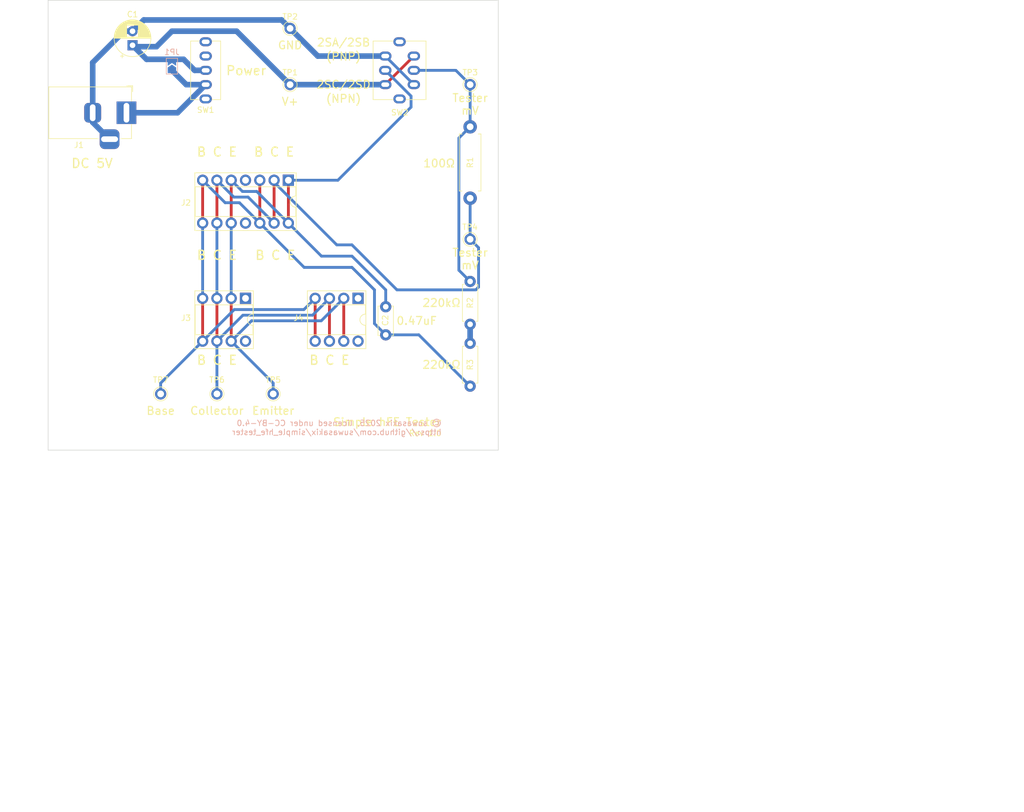
<source format=kicad_pcb>
(kicad_pcb (version 20241229) (generator "pcbnew") (generator_version "9.0")
  (layers (0 "F.Cu" signal) (2 "B.Cu" signal) (13 "F.Paste" user) (15 "B.Paste" user) (5 "F.SilkS" user "F.Silkscreen") (7 "B.SilkS" user "B.Silkscreen") (1 "F.Mask" user) (3 "B.Mask" user) (25 "Edge.Cuts" user))
  (net 0 "")
  (net 1 "Net-(JP1-B)")
  (net 2 "GND")
  (net 3 "Net-(J2-Pin_1)")
  (net 4 "Net-(R1-Pad1)")
  (net 5 "Net-(J2-Pin_13)")
  (net 10 "Net-(JP1-A)")
  (net 11 "Net-(R2-Pad2)")
  (net 12 "Net-(J2-Pin_12)")
  (footprint "Victwale:CP_Radial_D6.3mm_P2.50mm" (layer "F.Cu") (at 115 58 90)
    (property "Reference" "C1" (at 5.5 0 0) (layer "F.SilkS"))
    (property "Value" "25V 100uF")
    (fp_line (start 1.33 -3.23) (end 1.33 3.23) (stroke (width 0.12)) (layer "F.SilkS"))
    (fp_line (start 1.29 -3.23) (end 1.29 3.23) (stroke (width 0.12)) (layer "F.SilkS"))
    (fp_line (start 1.25 -3.23) (end 1.25 3.23) (stroke (width 0.12)) (layer "F.SilkS"))
    (fp_line (start 1.37 -3.228) (end 1.37 3.228) (stroke (width 0.12)) (layer "F.SilkS"))
    (fp_line (start 1.41 -3.227) (end 1.41 3.227) (stroke (width 0.12)) (layer "F.SilkS"))
    (fp_line (start 1.45 -3.224) (end 1.45 3.224) (stroke (width 0.12)) (layer "F.SilkS"))
    (fp_line (start 1.49 -3.222) (end 1.49 -1.04) (stroke (width 0.12)) (layer "F.SilkS"))
    (fp_line (start 1.53 -3.218) (end 1.53 -1.04) (stroke (width 0.12)) (layer "F.SilkS"))
    (fp_line (start 1.57 -3.215) (end 1.57 -1.04) (stroke (width 0.12)) (layer "F.SilkS"))
    (fp_line (start 1.61 -3.211) (end 1.61 -1.04) (stroke (width 0.12)) (layer "F.SilkS"))
    (fp_line (start 1.65 -3.206) (end 1.65 -1.04) (stroke (width 0.12)) (layer "F.SilkS"))
    (fp_line (start 1.69 -3.201) (end 1.69 -1.04) (stroke (width 0.12)) (layer "F.SilkS"))
    (fp_line (start 1.73 -3.195) (end 1.73 -1.04) (stroke (width 0.12)) (layer "F.SilkS"))
    (fp_line (start 1.77 -3.189) (end 1.77 -1.04) (stroke (width 0.12)) (layer "F.SilkS"))
    (fp_line (start 1.81 -3.182) (end 1.81 -1.04) (stroke (width 0.12)) (layer "F.SilkS"))
    (fp_line (start 1.85 -3.175) (end 1.85 -1.04) (stroke (width 0.12)) (layer "F.SilkS"))
    (fp_line (start 1.89 -3.167) (end 1.89 -1.04) (stroke (width 0.12)) (layer "F.SilkS"))
    (fp_line (start 1.93 -3.159) (end 1.93 -1.04) (stroke (width 0.12)) (layer "F.SilkS"))
    (fp_line (start 1.971 -3.15) (end 1.971 -1.04) (stroke (width 0.12)) (layer "F.SilkS"))
    (fp_line (start 2.011 -3.141) (end 2.011 -1.04) (stroke (width 0.12)) (layer "F.SilkS"))
    (fp_line (start 2.051 -3.131) (end 2.051 -1.04) (stroke (width 0.12)) (layer "F.SilkS"))
    (fp_line (start 2.091 -3.121) (end 2.091 -1.04) (stroke (width 0.12)) (layer "F.SilkS"))
    (fp_line (start 2.131 -3.11) (end 2.131 -1.04) (stroke (width 0.12)) (layer "F.SilkS"))
    (fp_line (start 2.171 -3.098) (end 2.171 -1.04) (stroke (width 0.12)) (layer "F.SilkS"))
    (fp_line (start 2.211 -3.086) (end 2.211 -1.04) (stroke (width 0.12)) (layer "F.SilkS"))
    (fp_line (start 2.251 -3.074) (end 2.251 -1.04) (stroke (width 0.12)) (layer "F.SilkS"))
    (fp_line (start 2.291 -3.061) (end 2.291 -1.04) (stroke (width 0.12)) (layer "F.SilkS"))
    (fp_line (start 2.331 -3.047) (end 2.331 -1.04) (stroke (width 0.12)) (layer "F.SilkS"))
    (fp_line (start 2.371 -3.033) (end 2.371 -1.04) (stroke (width 0.12)) (layer "F.SilkS"))
    (fp_line (start 2.411 -3.018) (end 2.411 -1.04) (stroke (width 0.12)) (layer "F.SilkS"))
    (fp_line (start 2.451 -3.002) (end 2.451 -1.04) (stroke (width 0.12)) (layer "F.SilkS"))
    (fp_line (start 2.491 -2.986) (end 2.491 -1.04) (stroke (width 0.12)) (layer "F.SilkS"))
    (fp_line (start 2.531 -2.97) (end 2.531 -1.04) (stroke (width 0.12)) (layer "F.SilkS"))
    (fp_line (start 2.571 -2.952) (end 2.571 -1.04) (stroke (width 0.12)) (layer "F.SilkS"))
    (fp_line (start 2.611 -2.934) (end 2.611 -1.04) (stroke (width 0.12)) (layer "F.SilkS"))
    (fp_line (start 2.651 -2.916) (end 2.651 -1.04) (stroke (width 0.12)) (layer "F.SilkS"))
    (fp_line (start 2.691 -2.896) (end 2.691 -1.04) (stroke (width 0.12)) (layer "F.SilkS"))
    (fp_line (start 2.731 -2.876) (end 2.731 -1.04) (stroke (width 0.12)) (layer "F.SilkS"))
    (fp_line (start 2.771 -2.856) (end 2.771 -1.04) (stroke (width 0.12)) (layer "F.SilkS"))
    (fp_line (start 2.811 -2.834) (end 2.811 -1.04) (stroke (width 0.12)) (layer "F.SilkS"))
    (fp_line (start 2.851 -2.812) (end 2.851 -1.04) (stroke (width 0.12)) (layer "F.SilkS"))
    (fp_line (start 2.891 -2.79) (end 2.891 -1.04) (stroke (width 0.12)) (layer "F.SilkS"))
    (fp_line (start 2.931 -2.766) (end 2.931 -1.04) (stroke (width 0.12)) (layer "F.SilkS"))
    (fp_line (start 2.971 -2.742) (end 2.971 -1.04) (stroke (width 0.12)) (layer "F.SilkS"))
    (fp_line (start 3.011 -2.716) (end 3.011 -1.04) (stroke (width 0.12)) (layer "F.SilkS"))
    (fp_line (start 3.051 -2.69) (end 3.051 -1.04) (stroke (width 0.12)) (layer "F.SilkS"))
    (fp_line (start 3.091 -2.664) (end 3.091 -1.04) (stroke (width 0.12)) (layer "F.SilkS"))
    (fp_line (start 3.131 -2.636) (end 3.131 -1.04) (stroke (width 0.12)) (layer "F.SilkS"))
    (fp_line (start 3.171 -2.607) (end 3.171 -1.04) (stroke (width 0.12)) (layer "F.SilkS"))
    (fp_line (start 3.211 -2.578) (end 3.211 -1.04) (stroke (width 0.12)) (layer "F.SilkS"))
    (fp_line (start 3.251 -2.548) (end 3.251 -1.04) (stroke (width 0.12)) (layer "F.SilkS"))
    (fp_line (start 3.291 -2.516) (end 3.291 -1.04) (stroke (width 0.12)) (layer "F.SilkS"))
    (fp_line (start 3.331 -2.484) (end 3.331 -1.04) (stroke (width 0.12)) (layer "F.SilkS"))
    (fp_line (start 3.371 -2.45) (end 3.371 -1.04) (stroke (width 0.12)) (layer "F.SilkS"))
    (fp_line (start 3.411 -2.416) (end 3.411 -1.04) (stroke (width 0.12)) (layer "F.SilkS"))
    (fp_line (start 3.451 -2.38) (end 3.451 -1.04) (stroke (width 0.12)) (layer "F.SilkS"))
    (fp_line (start 3.491 -2.343) (end 3.491 -1.04) (stroke (width 0.12)) (layer "F.SilkS"))
    (fp_line (start 3.531 -2.305) (end 3.531 -1.04) (stroke (width 0.12)) (layer "F.SilkS"))
    (fp_line (start 3.571 -2.265) (end 3.571 2.265) (stroke (width 0.12)) (layer "F.SilkS"))
    (fp_line (start 3.611 -2.224) (end 3.611 2.224) (stroke (width 0.12)) (layer "F.SilkS"))
    (fp_line (start 3.651 -2.182) (end 3.651 2.182) (stroke (width 0.12)) (layer "F.SilkS"))
    (fp_line (start -1.935241 -2.154) (end -1.935241 -1.524) (stroke (width 0.12)) (layer "F.SilkS"))
    (fp_line (start 3.691 -2.137) (end 3.691 2.137) (stroke (width 0.12)) (layer "F.SilkS"))
    (fp_line (start 3.731 -2.092) (end 3.731 2.092) (stroke (width 0.12)) (layer "F.SilkS"))
    (fp_line (start 3.771 -2.044) (end 3.771 2.044) (stroke (width 0.12)) (layer "F.SilkS"))
    (fp_line (start 3.811 -1.995) (end 3.811 1.995) (stroke (width 0.12)) (layer "F.SilkS"))
    (fp_line (start 3.851 -1.944) (end 3.851 1.944) (stroke (width 0.12)) (layer "F.SilkS"))
    (fp_line (start 3.891 -1.89) (end 3.891 1.89) (stroke (width 0.12)) (layer "F.SilkS"))
    (fp_line (start -2.250241 -1.839) (end -1.620241 -1.839) (stroke (width 0.12)) (layer "F.SilkS"))
    (fp_line (start 3.931 -1.834) (end 3.931 1.834) (stroke (width 0.12)) (layer "F.SilkS"))
    (fp_line (start 3.971 -1.776) (end 3.971 1.776) (stroke (width 0.12)) (layer "F.SilkS"))
    (fp_line (start 4.011 -1.714) (end 4.011 1.714) (stroke (width 0.12)) (layer "F.SilkS"))
    (fp_line (start 4.051 -1.65) (end 4.051 1.65) (stroke (width 0.12)) (layer "F.SilkS"))
    (fp_line (start 4.091 -1.581) (end 4.091 1.581) (stroke (width 0.12)) (layer "F.SilkS"))
    (fp_line (start 4.131 -1.509) (end 4.131 1.509) (stroke (width 0.12)) (layer "F.SilkS"))
    (fp_line (start 4.171 -1.432) (end 4.171 1.432) (stroke (width 0.12)) (layer "F.SilkS"))
    (fp_line (start 4.211 -1.35) (end 4.211 1.35) (stroke (width 0.12)) (layer "F.SilkS"))
    (fp_line (start 4.251 -1.262) (end 4.251 1.262) (stroke (width 0.12)) (layer "F.SilkS"))
    (fp_line (start 4.291 -1.165) (end 4.291 1.165) (stroke (width 0.12)) (layer "F.SilkS"))
    (fp_line (start 4.331 -1.059) (end 4.331 1.059) (stroke (width 0.12)) (layer "F.SilkS"))
    (fp_line (start 4.371 -0.94) (end 4.371 0.94) (stroke (width 0.12)) (layer "F.SilkS"))
    (fp_line (start 4.411 -0.802) (end 4.411 0.802) (stroke (width 0.12)) (layer "F.SilkS"))
    (fp_line (start 4.451 -0.633) (end 4.451 0.633) (stroke (width 0.12)) (layer "F.SilkS"))
    (fp_line (start 4.491 -0.402) (end 4.491 0.402) (stroke (width 0.12)) (layer "F.SilkS"))
    (fp_line (start 3.531 1.04) (end 3.531 2.305) (stroke (width 0.12)) (layer "F.SilkS"))
    (fp_line (start 3.491 1.04) (end 3.491 2.343) (stroke (width 0.12)) (layer "F.SilkS"))
    (fp_line (start 3.451 1.04) (end 3.451 2.38) (stroke (width 0.12)) (layer "F.SilkS"))
    (fp_line (start 3.411 1.04) (end 3.411 2.416) (stroke (width 0.12)) (layer "F.SilkS"))
    (fp_line (start 3.371 1.04) (end 3.371 2.45) (stroke (width 0.12)) (layer "F.SilkS"))
    (fp_line (start 3.331 1.04) (end 3.331 2.484) (stroke (width 0.12)) (layer "F.SilkS"))
    (fp_line (start 3.291 1.04) (end 3.291 2.516) (stroke (width 0.12)) (layer "F.SilkS"))
    (fp_line (start 3.251 1.04) (end 3.251 2.548) (stroke (width 0.12)) (layer "F.SilkS"))
    (fp_line (start 3.211 1.04) (end 3.211 2.578) (stroke (width 0.12)) (layer "F.SilkS"))
    (fp_line (start 3.171 1.04) (end 3.171 2.607) (stroke (width 0.12)) (layer "F.SilkS"))
    (fp_line (start 3.131 1.04) (end 3.131 2.636) (stroke (width 0.12)) (layer "F.SilkS"))
    (fp_line (start 3.091 1.04) (end 3.091 2.664) (stroke (width 0.12)) (layer "F.SilkS"))
    (fp_line (start 3.051 1.04) (end 3.051 2.69) (stroke (width 0.12)) (layer "F.SilkS"))
    (fp_line (start 3.011 1.04) (end 3.011 2.716) (stroke (width 0.12)) (layer "F.SilkS"))
    (fp_line (start 2.971 1.04) (end 2.971 2.742) (stroke (width 0.12)) (layer "F.SilkS"))
    (fp_line (start 2.931 1.04) (end 2.931 2.766) (stroke (width 0.12)) (layer "F.SilkS"))
    (fp_line (start 2.891 1.04) (end 2.891 2.79) (stroke (width 0.12)) (layer "F.SilkS"))
    (fp_line (start 2.851 1.04) (end 2.851 2.812) (stroke (width 0.12)) (layer "F.SilkS"))
    (fp_line (start 2.811 1.04) (end 2.811 2.834) (stroke (width 0.12)) (layer "F.SilkS"))
    (fp_line (start 2.771 1.04) (end 2.771 2.856) (stroke (width 0.12)) (layer "F.SilkS"))
    (fp_line (start 2.731 1.04) (end 2.731 2.876) (stroke (width 0.12)) (layer "F.SilkS"))
    (fp_line (start 2.691 1.04) (end 2.691 2.896) (stroke (width 0.12)) (layer "F.SilkS"))
    (fp_line (start 2.651 1.04) (end 2.651 2.916) (stroke (width 0.12)) (layer "F.SilkS"))
    (fp_line (start 2.611 1.04) (end 2.611 2.934) (stroke (width 0.12)) (layer "F.SilkS"))
    (fp_line (start 2.571 1.04) (end 2.571 2.952) (stroke (width 0.12)) (layer "F.SilkS"))
    (fp_line (start 2.531 1.04) (end 2.531 2.97) (stroke (width 0.12)) (layer "F.SilkS"))
    (fp_line (start 2.491 1.04) (end 2.491 2.986) (stroke (width 0.12)) (layer "F.SilkS"))
    (fp_line (start 2.451 1.04) (end 2.451 3.002) (stroke (width 0.12)) (layer "F.SilkS"))
    (fp_line (start 2.411 1.04) (end 2.411 3.018) (stroke (width 0.12)) (layer "F.SilkS"))
    (fp_line (start 2.371 1.04) (end 2.371 3.033) (stroke (width 0.12)) (layer "F.SilkS"))
    (fp_line (start 2.331 1.04) (end 2.331 3.047) (stroke (width 0.12)) (layer "F.SilkS"))
    (fp_line (start 2.291 1.04) (end 2.291 3.061) (stroke (width 0.12)) (layer "F.SilkS"))
    (fp_line (start 2.251 1.04) (end 2.251 3.074) (stroke (width 0.12)) (layer "F.SilkS"))
    (fp_line (start 2.211 1.04) (end 2.211 3.086) (stroke (width 0.12)) (layer "F.SilkS"))
    (fp_line (start 2.171 1.04) (end 2.171 3.098) (stroke (width 0.12)) (layer "F.SilkS"))
    (fp_line (start 2.131 1.04) (end 2.131 3.11) (stroke (width 0.12)) (layer "F.SilkS"))
    (fp_line (start 2.091 1.04) (end 2.091 3.121) (stroke (width 0.12)) (layer "F.SilkS"))
    (fp_line (start 2.051 1.04) (end 2.051 3.131) (stroke (width 0.12)) (layer "F.SilkS"))
    (fp_line (start 2.011 1.04) (end 2.011 3.141) (stroke (width 0.12)) (layer "F.SilkS"))
    (fp_line (start 1.971 1.04) (end 1.971 3.15) (stroke (width 0.12)) (layer "F.SilkS"))
    (fp_line (start 1.93 1.04) (end 1.93 3.159) (stroke (width 0.12)) (layer "F.SilkS"))
    (fp_line (start 1.89 1.04) (end 1.89 3.167) (stroke (width 0.12)) (layer "F.SilkS"))
    (fp_line (start 1.85 1.04) (end 1.85 3.175) (stroke (width 0.12)) (layer "F.SilkS"))
    (fp_line (start 1.81 1.04) (end 1.81 3.182) (stroke (width 0.12)) (layer "F.SilkS"))
    (fp_line (start 1.77 1.04) (end 1.77 3.189) (stroke (width 0.12)) (layer "F.SilkS"))
    (fp_line (start 1.73 1.04) (end 1.73 3.195) (stroke (width 0.12)) (layer "F.SilkS"))
    (fp_line (start 1.69 1.04) (end 1.69 3.201) (stroke (width 0.12)) (layer "F.SilkS"))
    (fp_line (start 1.65 1.04) (end 1.65 3.206) (stroke (width 0.12)) (layer "F.SilkS"))
    (fp_line (start 1.61 1.04) (end 1.61 3.211) (stroke (width 0.12)) (layer "F.SilkS"))
    (fp_line (start 1.57 1.04) (end 1.57 3.215) (stroke (width 0.12)) (layer "F.SilkS"))
    (fp_line (start 1.53 1.04) (end 1.53 3.218) (stroke (width 0.12)) (layer "F.SilkS"))
    (fp_line (start 1.49 1.04) (end 1.49 3.222) (stroke (width 0.12)) (layer "F.SilkS"))
    (fp_circle (center 1.25 0) (end 4.52 0) (stroke (width 0.12)) (fill no) (layer "F.SilkS"))
    (pad "1" thru_hole rect (at 0 0 90) (size 1.8 1.8) (drill 1) (layers "*.Cu" "*.Mask") (net 1 "Net-(JP1-B)"))
    (pad "2" thru_hole circle (at 2.5 0 90) (size 1.8 1.8) (drill 1) (layers "*.Cu" "*.Mask") (net 2 "GND"))
  )
  (footprint "Victwale:MountingHole_3.2mm_M3_DIN965" (layer "F.Cu") (at 176 126)
    (property "Reference" "REF**" (hide yes))
    (property "Value" "MountingHole_3.2mm_M3_DIN965")
    (pad "" np_thru_hole circle (at 0 0) (size 3.2 3.2) (drill 3.2) (layers "*.Cu" "*.Mask"))
  )
  (footprint "Victwale:BarrelJack_Horizontal" (layer "F.Cu") (at 113.92 70)
    (property "Reference" "J1" (at -8.45 5.75 0) (layer "F.SilkS"))
    (property "Value" "DC Jack")
    (fp_line (start -13.8 -4.6) (end 0.9 -4.6) (stroke (width 0.12)) (layer "F.SilkS"))
    (fp_line (start -13.8 4.6) (end -13.8 -4.6) (stroke (width 0.12)) (layer "F.SilkS"))
    (fp_line (start -5 4.6) (end -13.8 4.6) (stroke (width 0.12)) (layer "F.SilkS"))
    (fp_line (start 0.05 -4.8) (end 1.1 -4.8) (stroke (width 0.12)) (layer "F.SilkS"))
    (fp_line (start 0.9 -4.6) (end 0.9 -2.075) (stroke (width 0.12)) (layer "F.SilkS"))
    (fp_line (start 0.9 2.075) (end 0.9 4.6) (stroke (width 0.12)) (layer "F.SilkS"))
    (fp_line (start 0.9 4.6) (end -1 4.6) (stroke (width 0.12)) (layer "F.SilkS"))
    (fp_line (start 1.1 -3.75) (end 1.1 -4.8) (stroke (width 0.12)) (layer "F.SilkS"))
    (pad "" np_thru_hole circle (at -10.5 0) (size 2 2) (drill 2) (layers "*.Cu" "*.Mask"))
    (pad "1" thru_hole rect (at 0 0) (size 3.5 4) (drill oval 1 3.5) (layers "*.Cu" "*.Mask") (net 10 "Net-(JP1-A)"))
    (pad "2" thru_hole roundrect (at -6 0) (size 3 3.5) (drill oval 1 3) (layers "*.Cu" "*.Mask") (net 2 "GND"))
    (pad "3" thru_hole roundrect (at -3 4.7) (size 3.5 3.5) (drill oval 3 1) (layers "*.Cu" "*.Mask") (net 2 "GND"))
  )
  (footprint "Victwale:Pin_D1.0mm_L10.0mm" (layer "F.Cu") (at 175 65 -90)
    (property "Reference" "TP3" (at -2.16 -0.01 180) (layer "F.SilkS"))
    (property "Value" "Tester mV")
    (fp_circle (center 0 0) (end 1.25 0.05) (stroke (width 0.12)) (fill no) (layer "F.SilkS"))
    (pad "1" thru_hole circle (at 0 0 270) (size 2 2) (drill 1.2) (layers "*.Cu" "*.Mask") (net 4 "Net-(R1-Pad1)"))
  )
  (footprint "Victwale:MountingHole_3.2mm_M3_DIN965" (layer "F.Cu") (at 104 126)
    (property "Reference" "REF**" (hide yes))
    (property "Value" "MountingHole_3.2mm_M3_DIN965")
    (pad "" np_thru_hole circle (at 0 0) (size 3.2 3.2) (drill 3.2) (layers "*.Cu" "*.Mask"))
  )
  (footprint "Victwale:SW_DPDT_2MD1-T1-B4-VS2-Q-E" (layer "F.Cu") (at 165 65 180)
    (property "Reference" "SW2" (at 2.5 -4.96 0) (layer "F.SilkS"))
    (property "Value" "SW_DPDT")
    (fp_line (start 7.239 -2.667) (end 7.239 7.747) (stroke (width 0.12)) (layer "F.SilkS"))
    (fp_line (start 3.7 7.747) (end 7.239 7.747) (stroke (width 0.12)) (layer "F.SilkS"))
    (fp_line (start 3.7 -2.667) (end 7.239 -2.667) (stroke (width 0.12)) (layer "F.SilkS"))
    (fp_line (start -2.159 7.747) (end 1.35 7.747) (stroke (width 0.12)) (layer "F.SilkS"))
    (fp_line (start -2.159 -2.667) (end 1.35 -2.667) (stroke (width 0.12)) (layer "F.SilkS"))
    (fp_line (start -2.159 -2.667) (end -2.159 7.747) (stroke (width 0.12)) (layer "F.SilkS"))
    (pad "" thru_hole oval (at 2.54 -2.54 180) (size 2.2 1.6) (drill oval 1.4 0.8) (layers "*.Cu" "*.Mask"))
    (pad "" thru_hole oval (at 2.54 7.62 180) (size 2.2 1.6) (drill oval 1.4 0.8) (layers "*.Cu" "*.Mask"))
    (pad "1" thru_hole oval (at 0 5.08 180) (size 2.2 1.6) (drill oval 1.4 0.8) (layers "*.Cu" "*.Mask") (net 1 "Net-(JP1-B)"))
    (pad "2" thru_hole oval (at 0 2.54 180) (size 2.2 1.6) (drill oval 1.4 0.8) (layers "*.Cu" "*.Mask") (net 4 "Net-(R1-Pad1)"))
    (pad "3" thru_hole oval (at 0 0 180) (size 2.2 1.6) (drill oval 1.4 0.8) (layers "*.Cu" "*.Mask") (net 2 "GND"))
    (pad "4" thru_hole oval (at 5.08 5.08 180) (size 2.2 1.6) (drill oval 1.4 0.8) (layers "*.Cu" "*.Mask") (net 2 "GND"))
    (pad "5" thru_hole oval (at 5.08 2.54 180) (size 2.2 1.6) (drill oval 1.4 0.8) (layers "*.Cu" "*.Mask") (net 3 "Net-(J2-Pin_1)"))
    (pad "6" thru_hole oval (at 5.08 0 180) (size 2.2 1.6) (drill oval 1.4 0.8) (layers "*.Cu" "*.Mask") (net 1 "Net-(JP1-B)"))
  )
  (footprint "Victwale:Pin_D1.0mm_L10.0mm" (layer "F.Cu") (at 120 120)
    (property "Reference" "TP7" (at 0 -2.5 0) (layer "F.SilkS"))
    (property "Value" "Base")
    (fp_circle (center 0 0) (end 1.25 0.05) (stroke (width 0.12)) (fill no) (layer "F.SilkS"))
    (pad "1" thru_hole circle (at 0 0) (size 2 2) (drill 1.2) (layers "*.Cu" "*.Mask") (net 12 "Net-(J2-Pin_12)"))
  )
  (footprint "Victwale:Pin_D1.0mm_L10.0mm" (layer "F.Cu") (at 130 120)
    (property "Reference" "TP6" (at 0 -2.5 0) (layer "F.SilkS"))
    (property "Value" "Collector")
    (fp_circle (center 0 0) (end 1.25 0.05) (stroke (width 0.12)) (fill no) (layer "F.SilkS"))
    (pad "1" thru_hole circle (at 0 0) (size 2 2) (drill 1.2) (layers "*.Cu" "*.Mask") (net 5 "Net-(J2-Pin_13)"))
  )
  (footprint "Victwale:DIP-14_W7.62mm_Socket" (layer "F.Cu") (at 142.7 82 -90)
    (property "Reference" "J2" (at 4 18.2 180) (layer "F.SilkS"))
    (property "Value" "Tr_Socket_ZIF")
    (fp_line (start -1.33 16.63) (end 8.95 16.63) (stroke (width 0.12)) (layer "F.SilkS"))
    (fp_line (start 8.95 16.63) (end 8.95 -1.39) (stroke (width 0.12)) (layer "F.SilkS"))
    (fp_line (start 1.16 16.57) (end 6.46 16.57) (stroke (width 0.12)) (layer "F.SilkS"))
    (fp_line (start 6.46 16.57) (end 6.46 -1.33) (stroke (width 0.12)) (layer "F.SilkS"))
    (fp_line (start 1.16 -1.33) (end 1.16 16.57) (stroke (width 0.12)) (layer "F.SilkS"))
    (fp_line (start 2.81 -1.33) (end 1.16 -1.33) (stroke (width 0.12)) (layer "F.SilkS"))
    (fp_line (start 6.46 -1.33) (end 4.81 -1.33) (stroke (width 0.12)) (layer "F.SilkS"))
    (fp_line (start -1.33 -1.39) (end -1.33 16.63) (stroke (width 0.12)) (layer "F.SilkS"))
    (fp_line (start 8.95 -1.39) (end -1.33 -1.39) (stroke (width 0.12)) (layer "F.SilkS"))
    (fp_arc (start 4.81 -1.33) (mid 3.81 -0.33) (end 2.81 -1.33) (stroke (width 0.12)) (layer "F.SilkS"))
    (pad "1" thru_hole rect (at 0 0 270) (size 2 2) (drill 1.2) (layers "*.Cu" "*.Mask") (net 3 "Net-(J2-Pin_1)"))
    (pad "2" thru_hole oval (at 0 2.54 270) (size 2 2) (drill 1.2) (layers "*.Cu" "*.Mask") (net 5 "Net-(J2-Pin_13)"))
    (pad "3" thru_hole oval (at 0 5.08 270) (size 2 2) (drill 1.2) (layers "*.Cu" "*.Mask") (net 12 "Net-(J2-Pin_12)"))
    (pad "4" thru_hole oval (at 0 7.62 270) (size 2 2) (drill 1.2) (layers "*.Cu" "*.Mask"))
    (pad "5" thru_hole oval (at 0 10.16 270) (size 2 2) (drill 1.2) (layers "*.Cu" "*.Mask") (net 3 "Net-(J2-Pin_1)"))
    (pad "6" thru_hole oval (at 0 12.7 270) (size 2 2) (drill 1.2) (layers "*.Cu" "*.Mask") (net 5 "Net-(J2-Pin_13)"))
    (pad "7" thru_hole oval (at 0 15.24 270) (size 2 2) (drill 1.2) (layers "*.Cu" "*.Mask") (net 12 "Net-(J2-Pin_12)"))
    (pad "8" thru_hole oval (at 7.62 15.24 270) (size 2 2) (drill 1.2) (layers "*.Cu" "*.Mask") (net 12 "Net-(J2-Pin_12)"))
    (pad "9" thru_hole oval (at 7.62 12.7 270) (size 2 2) (drill 1.2) (layers "*.Cu" "*.Mask") (net 5 "Net-(J2-Pin_13)"))
    (pad "10" thru_hole oval (at 7.62 10.16 270) (size 2 2) (drill 1.2) (layers "*.Cu" "*.Mask") (net 3 "Net-(J2-Pin_1)"))
    (pad "11" thru_hole oval (at 7.62 7.62 270) (size 2 2) (drill 1.2) (layers "*.Cu" "*.Mask"))
    (pad "12" thru_hole oval (at 7.62 5.08 270) (size 2 2) (drill 1.2) (layers "*.Cu" "*.Mask") (net 12 "Net-(J2-Pin_12)"))
    (pad "13" thru_hole oval (at 7.62 2.54 270) (size 2 2) (drill 1.2) (layers "*.Cu" "*.Mask") (net 5 "Net-(J2-Pin_13)"))
    (pad "14" thru_hole oval (at 7.62 0 270) (size 2 2) (drill 1.2) (layers "*.Cu" "*.Mask") (net 3 "Net-(J2-Pin_1)"))
  )
  (footprint "Victwale:DIP-8_W7.62mm_Socket" (layer "F.Cu") (at 155.08 103 -90)
    (property "Reference" "J4" (at 3.5 10.58 0) (layer "F.SilkS"))
    (property "Value" "Tr_Socket_DIP")
    (fp_line (start -1.33 9.01) (end 8.95 9.01) (stroke (width 0.12)) (layer "F.SilkS"))
    (fp_line (start 8.95 9.01) (end 8.95 -1.39) (stroke (width 0.12)) (layer "F.SilkS"))
    (fp_line (start 1.16 8.95) (end 6.46 8.95) (stroke (width 0.12)) (layer "F.SilkS"))
    (fp_line (start 6.46 8.95) (end 6.46 -1.33) (stroke (width 0.12)) (layer "F.SilkS"))
    (fp_line (start 1.16 -1.33) (end 1.16 8.95) (stroke (width 0.12)) (layer "F.SilkS"))
    (fp_line (start 2.81 -1.33) (end 1.16 -1.33) (stroke (width 0.12)) (layer "F.SilkS"))
    (fp_line (start 6.46 -1.33) (end 4.81 -1.33) (stroke (width 0.12)) (layer "F.SilkS"))
    (fp_line (start -1.33 -1.39) (end -1.33 9.01) (stroke (width 0.12)) (layer "F.SilkS"))
    (fp_line (start 8.95 -1.39) (end -1.33 -1.39) (stroke (width 0.12)) (layer "F.SilkS"))
    (fp_arc (start 4.81 -1.33) (mid 3.81 -0.33) (end 2.81 -1.33) (stroke (width 0.12)) (layer "F.SilkS"))
    (pad "1" thru_hole rect (at 0 0 270) (size 2 2) (drill 1.2) (layers "*.Cu" "*.Mask"))
    (pad "2" thru_hole oval (at 0 2.54 270) (size 2 2) (drill 1.2) (layers "*.Cu" "*.Mask") (net 3 "Net-(J2-Pin_1)"))
    (pad "3" thru_hole oval (at 0 5.08 270) (size 2 2) (drill 1.2) (layers "*.Cu" "*.Mask") (net 5 "Net-(J2-Pin_13)"))
    (pad "4" thru_hole oval (at 0 7.62 270) (size 2 2) (drill 1.2) (layers "*.Cu" "*.Mask") (net 12 "Net-(J2-Pin_12)"))
    (pad "5" thru_hole oval (at 7.62 7.62 270) (size 2 2) (drill 1.2) (layers "*.Cu" "*.Mask") (net 12 "Net-(J2-Pin_12)"))
    (pad "6" thru_hole oval (at 7.62 5.08 270) (size 2 2) (drill 1.2) (layers "*.Cu" "*.Mask") (net 5 "Net-(J2-Pin_13)"))
    (pad "7" thru_hole oval (at 7.62 2.54 270) (size 2 2) (drill 1.2) (layers "*.Cu" "*.Mask") (net 3 "Net-(J2-Pin_1)"))
    (pad "8" thru_hole oval (at 7.62 0 270) (size 2 2) (drill 1.2) (layers "*.Cu" "*.Mask"))
  )
  (footprint "Victwale:Pin_D1.0mm_L10.0mm" (layer "F.Cu") (at 143 65)
    (property "Reference" "TP1" (at 0 -2.16 0) (layer "F.SilkS"))
    (property "Value" "V+")
    (fp_circle (center 0 0) (end 1.25 0.05) (stroke (width 0.12)) (fill no) (layer "F.SilkS"))
    (pad "1" thru_hole circle (at 0 0) (size 2 2) (drill 1.2) (layers "*.Cu" "*.Mask") (net 1 "Net-(JP1-B)"))
  )
  (footprint "Victwale:DIP-8_W7.62mm_Socket" (layer "F.Cu") (at 135.08 103 -90)
    (property "Reference" "J3" (at 3.5 10.58 180) (layer "F.SilkS"))
    (property "Value" "Tr_Socket_DIP")
    (fp_line (start -1.33 9.01) (end 8.95 9.01) (stroke (width 0.12)) (layer "F.SilkS"))
    (fp_line (start 8.95 9.01) (end 8.95 -1.39) (stroke (width 0.12)) (layer "F.SilkS"))
    (fp_line (start 1.16 8.95) (end 6.46 8.95) (stroke (width 0.12)) (layer "F.SilkS"))
    (fp_line (start 6.46 8.95) (end 6.46 -1.33) (stroke (width 0.12)) (layer "F.SilkS"))
    (fp_line (start 1.16 -1.33) (end 1.16 8.95) (stroke (width 0.12)) (layer "F.SilkS"))
    (fp_line (start 2.81 -1.33) (end 1.16 -1.33) (stroke (width 0.12)) (layer "F.SilkS"))
    (fp_line (start 6.46 -1.33) (end 4.81 -1.33) (stroke (width 0.12)) (layer "F.SilkS"))
    (fp_line (start -1.33 -1.39) (end -1.33 9.01) (stroke (width 0.12)) (layer "F.SilkS"))
    (fp_line (start 8.95 -1.39) (end -1.33 -1.39) (stroke (width 0.12)) (layer "F.SilkS"))
    (fp_arc (start 4.81 -1.33) (mid 3.81 -0.33) (end 2.81 -1.33) (stroke (width 0.12)) (layer "F.SilkS"))
    (pad "1" thru_hole rect (at 0 0 270) (size 2 2) (drill 1.2) (layers "*.Cu" "*.Mask"))
    (pad "2" thru_hole oval (at 0 2.54 270) (size 2 2) (drill 1.2) (layers "*.Cu" "*.Mask") (net 3 "Net-(J2-Pin_1)"))
    (pad "3" thru_hole oval (at 0 5.08 270) (size 2 2) (drill 1.2) (layers "*.Cu" "*.Mask") (net 5 "Net-(J2-Pin_13)"))
    (pad "4" thru_hole oval (at 0 7.62 270) (size 2 2) (drill 1.2) (layers "*.Cu" "*.Mask") (net 12 "Net-(J2-Pin_12)"))
    (pad "5" thru_hole oval (at 7.62 7.62 270) (size 2 2) (drill 1.2) (layers "*.Cu" "*.Mask") (net 12 "Net-(J2-Pin_12)"))
    (pad "6" thru_hole oval (at 7.62 5.08 270) (size 2 2) (drill 1.2) (layers "*.Cu" "*.Mask") (net 5 "Net-(J2-Pin_13)"))
    (pad "7" thru_hole oval (at 7.62 2.54 270) (size 2 2) (drill 1.2) (layers "*.Cu" "*.Mask") (net 3 "Net-(J2-Pin_1)"))
    (pad "8" thru_hole oval (at 7.62 0 270) (size 2 2) (drill 1.2) (layers "*.Cu" "*.Mask"))
  )
  (footprint "Victwale:C_Disc_D5.0mm_W2.5mm_P5.00mm" (layer "F.Cu") (at 160 109.5 90)
    (property "Reference" "C2" (at 2.57 -0.07 90) (layer "F.SilkS"))
    (property "Value" "0.47uF")
    (fp_line (start 5.12 -1.37) (end 5.12 -1.075) (stroke (width 0.12)) (layer "F.SilkS"))
    (fp_line (start -0.12 -1.37) (end 5.12 -1.37) (stroke (width 0.12)) (layer "F.SilkS"))
    (fp_line (start -0.12 -1.37) (end -0.12 -1.075) (stroke (width 0.12)) (layer "F.SilkS"))
    (fp_line (start 5.12 1.075) (end 5.12 1.37) (stroke (width 0.12)) (layer "F.SilkS"))
    (fp_line (start -0.12 1.075) (end -0.12 1.37) (stroke (width 0.12)) (layer "F.SilkS"))
    (fp_line (start -0.12 1.37) (end 5.12 1.37) (stroke (width 0.12)) (layer "F.SilkS"))
    (pad "1" thru_hole circle (at 0 0 90) (size 2 2) (drill 1) (layers "*.Cu" "*.Mask") (net 12 "Net-(J2-Pin_12)"))
    (pad "2" thru_hole circle (at 5 0 90) (size 2 2) (drill 1) (layers "*.Cu" "*.Mask") (net 3 "Net-(J2-Pin_1)"))
  )
  (footprint "Victwale:R_Axial_DIN0207_L6.3mm_D2.5mm_P7.62mm_Horizontal" (layer "F.Cu") (at 175 111 -90)
    (property "Reference" "R3" (at 3.81 0 270) (layer "F.SilkS"))
    (property "Value" "220kΩ")
    (fp_line (start 0.54 1.37) (end 7.08 1.37) (stroke (width 0.12)) (layer "F.SilkS"))
    (fp_line (start 7.08 1.37) (end 7.08 1.04) (stroke (width 0.12)) (layer "F.SilkS"))
    (fp_line (start 0.54 1.04) (end 0.54 1.37) (stroke (width 0.12)) (layer "F.SilkS"))
    (fp_line (start 0.54 -1.04) (end 0.54 -1.37) (stroke (width 0.12)) (layer "F.SilkS"))
    (fp_line (start 0.54 -1.37) (end 7.08 -1.37) (stroke (width 0.12)) (layer "F.SilkS"))
    (fp_line (start 7.08 -1.37) (end 7.08 -1.04) (stroke (width 0.12)) (layer "F.SilkS"))
    (pad "1" thru_hole circle (at 0 0 270) (size 2 2) (drill 1) (layers "*.Cu" "*.Mask") (net 11 "Net-(R2-Pad2)"))
    (pad "2" thru_hole oval (at 7.62 0 270) (size 2 2) (drill 1) (layers "*.Cu" "*.Mask") (net 12 "Net-(J2-Pin_12)"))
  )
  (footprint "Victwale:Pin_D1.0mm_L10.0mm" (layer "F.Cu") (at 140 120)
    (property "Reference" "TP5" (at 0 -2.5 0) (layer "F.SilkS"))
    (property "Value" "Emitter")
    (fp_circle (center 0 0) (end 1.25 0.05) (stroke (width 0.12)) (fill no) (layer "F.SilkS"))
    (pad "1" thru_hole circle (at 0 0) (size 2 2) (drill 1.2) (layers "*.Cu" "*.Mask") (net 3 "Net-(J2-Pin_1)"))
  )
  (footprint "Victwale:MountingHole_3.2mm_M3_DIN965" (layer "F.Cu") (at 176 54)
    (property "Reference" "REF**" (hide yes))
    (property "Value" "MountingHole_3.2mm_M3_DIN965")
    (pad "" np_thru_hole circle (at 0 0) (size 3.2 3.2) (drill 3.2) (layers "*.Cu" "*.Mask"))
  )
  (footprint "Victwale:Pin_D1.0mm_L10.0mm" (layer "F.Cu") (at 175 92.5 -90)
    (property "Reference" "TP4" (at -2.16 0.02 180) (layer "F.SilkS"))
    (property "Value" "Tester mV")
    (fp_circle (center 0 0) (end 1.25 0.05) (stroke (width 0.12)) (fill no) (layer "F.SilkS"))
    (pad "1" thru_hole circle (at 0 0 270) (size 2 2) (drill 1.2) (layers "*.Cu" "*.Mask") (net 5 "Net-(J2-Pin_13)"))
  )
  (footprint "Victwale:MountingHole_3.2mm_M3_DIN965" (layer "F.Cu") (at 104 54)
    (property "Reference" "REF**" (hide yes))
    (property "Value" "MountingHole_3.2mm_M3_DIN965")
    (pad "" np_thru_hole circle (at 0 0) (size 3.2 3.2) (drill 3.2) (layers "*.Cu" "*.Mask"))
  )
  (footprint "Victwale:SW_DPDT_2MS1-T1-B4-VS2-Q-E" (layer "F.Cu") (at 128 59.92)
    (property "Reference" "SW1" (at 0 9.58 0) (layer "F.SilkS"))
    (property "Value" "SW_SPST")
    (fp_line (start -2.667 -2.667) (end -2.667 7.747) (stroke (width 0.12)) (layer "F.SilkS"))
    (fp_line (start -2.667 -2.667) (end -1.2 -2.667) (stroke (width 0.12)) (layer "F.SilkS"))
    (fp_line (start -2.667 7.747) (end -1.2 7.747) (stroke (width 0.12)) (layer "F.SilkS"))
    (fp_line (start 1.2 -2.667) (end 2.667 -2.667) (stroke (width 0.12)) (layer "F.SilkS"))
    (fp_line (start 1.2 7.75) (end 2.667 7.747) (stroke (width 0.12)) (layer "F.SilkS"))
    (fp_line (start 2.667 -2.667) (end 2.667 7.747) (stroke (width 0.12)) (layer "F.SilkS"))
    (pad "" thru_hole oval (at 0 -2.54) (size 2.2 1.6) (drill oval 1.4 0.8) (layers "*.Cu" "*.Mask"))
    (pad "" thru_hole oval (at 0 7.62) (size 2.2 1.6) (drill oval 1.4 0.8) (layers "*.Cu" "*.Mask"))
    (pad "1" thru_hole oval (at 0 5.08) (size 2.2 1.6) (drill oval 1.4 0.8) (layers "*.Cu" "*.Mask") (net 10 "Net-(JP1-A)"))
    (pad "2" thru_hole oval (at 0 2.54) (size 2.2 1.6) (drill oval 1.4 0.8) (layers "*.Cu" "*.Mask") (net 1 "Net-(JP1-B)"))
    (pad "3" thru_hole oval (at 0 0) (size 2.2 1.6) (drill oval 1.4 0.8) (layers "*.Cu" "*.Mask"))
  )
  (footprint "Victwale:R_Axial_DIN0411_L9.9mm_D3.6mm_P12.70mm_Horizontal" (layer "F.Cu") (at 175 72.5 -90)
    (property "Reference" "R1" (at 6.35 0 270) (layer "F.SilkS"))
    (property "Value" "100Ω")
    (fp_line (start 1.28 1.92) (end 11.42 1.92) (stroke (width 0.12)) (layer "F.SilkS"))
    (fp_line (start 11.42 1.92) (end 11.42 1.44) (stroke (width 0.12)) (layer "F.SilkS"))
    (fp_line (start 1.28 1.44) (end 1.28 1.92) (stroke (width 0.12)) (layer "F.SilkS"))
    (fp_line (start 1.28 -1.44) (end 1.28 -1.92) (stroke (width 0.12)) (layer "F.SilkS"))
    (fp_line (start 1.28 -1.92) (end 11.42 -1.92) (stroke (width 0.12)) (layer "F.SilkS"))
    (fp_line (start 11.42 -1.92) (end 11.42 -1.44) (stroke (width 0.12)) (layer "F.SilkS"))
    (pad "1" thru_hole circle (at 0 0 270) (size 2.4 2.4) (drill 1.2) (layers "*.Cu" "*.Mask") (net 4 "Net-(R1-Pad1)"))
    (pad "2" thru_hole oval (at 12.7 0 270) (size 2.4 2.4) (drill 1.2) (layers "*.Cu" "*.Mask") (net 5 "Net-(J2-Pin_13)"))
  )
  (footprint "Victwale:Pin_D1.0mm_L10.0mm" (layer "F.Cu") (at 143 55)
    (property "Reference" "TP2" (at 0 -2.08 0) (layer "F.SilkS"))
    (property "Value" "GND")
    (fp_circle (center 0 0) (end 1.25 0.05) (stroke (width 0.12)) (fill no) (layer "F.SilkS"))
    (pad "1" thru_hole circle (at 0 0) (size 2 2) (drill 1.2) (layers "*.Cu" "*.Mask") (net 2 "GND"))
  )
  (footprint "Victwale:R_Axial_DIN0207_L6.3mm_D2.5mm_P7.62mm_Horizontal" (layer "F.Cu") (at 175 100 -90)
    (property "Reference" "R2" (at 3.81 0 270) (layer "F.SilkS"))
    (property "Value" "220kΩ")
    (fp_line (start 0.54 1.37) (end 7.08 1.37) (stroke (width 0.12)) (layer "F.SilkS"))
    (fp_line (start 7.08 1.37) (end 7.08 1.04) (stroke (width 0.12)) (layer "F.SilkS"))
    (fp_line (start 0.54 1.04) (end 0.54 1.37) (stroke (width 0.12)) (layer "F.SilkS"))
    (fp_line (start 0.54 -1.04) (end 0.54 -1.37) (stroke (width 0.12)) (layer "F.SilkS"))
    (fp_line (start 0.54 -1.37) (end 7.08 -1.37) (stroke (width 0.12)) (layer "F.SilkS"))
    (fp_line (start 7.08 -1.37) (end 7.08 -1.04) (stroke (width 0.12)) (layer "F.SilkS"))
    (pad "1" thru_hole circle (at 0 0 270) (size 2 2) (drill 1) (layers "*.Cu" "*.Mask") (net 4 "Net-(R1-Pad1)"))
    (pad "2" thru_hole oval (at 7.62 0 270) (size 2 2) (drill 1) (layers "*.Cu" "*.Mask") (net 11 "Net-(R2-Pad2)"))
  )
  (footprint "Victwale:SolderJumper-2_P1.3mm_Open_TrianglePad1.0x1.5mm" (layer "B.Cu") (at 122 61.725 90)
    (property "Reference" "JP1" (at 2.5 0 0) (layer "B.SilkS") (effects (justify mirror)))
    (property "Value" "~")
    (fp_line (start 1.4 -1) (end -1.4 -1) (stroke (width 0.12)) (layer "B.SilkS"))
    (fp_line (start -1.4 -1) (end -1.4 1) (stroke (width 0.12)) (layer "B.SilkS"))
    (fp_line (start 1.4 1) (end 1.4 -1) (stroke (width 0.12)) (layer "B.SilkS"))
    (fp_line (start -1.4 1) (end 1.4 1) (stroke (width 0.12)) (layer "B.SilkS"))
    (pad "1" smd custom (at -0.725 0 90) (size 0.3 0.3) (layers "B.Cu" "B.Mask") (net 10 "Net-(JP1-A)") (options (clearance outline) (anchor rect)) (primitives (gr_poly (pts (xy 1 0) (xy 0.5 -0.75) (xy -0.5 -0.75) (xy -0.5 0.75) (xy 0.5 0.75)) (width 0) (fill yes))))
    (pad "2" smd custom (at 0.725 0 90) (size 0.3 0.3) (layers "B.Cu" "B.Mask") (net 1 "Net-(JP1-B)") (options (clearance outline) (anchor rect)) (primitives (gr_poly (pts (xy 0.5 -0.75) (xy -0.65 -0.75) (xy -0.15 0) (xy -0.65 0.75) (xy 0.5 0.75)) (width 0) (fill yes))))
  )
  (gr_line (start 100 130) (end 180 130) (stroke (width 0.1)) (layer "Edge.Cuts"))
  (gr_line (start 100 50) (end 100 130) (stroke (width 0.1)) (layer "Edge.Cuts"))
  (gr_line (start 180 50) (end 100 50) (stroke (width 0.1)) (layer "Edge.Cuts"))
  (gr_line (start 180 130) (end 180 50) (stroke (width 0.1)) (layer "Edge.Cuts"))
  (gr_text "0.47uF" (at 165.5 107 0) (layer "F.SilkS") (effects (font (size 1.4 1.4) (thickness 0.21))))
  (gr_text "B C E" (at 140.38 95.335 0) (layer "F.SilkS") (effects (font (size 1.6 1.6) (thickness 0.24))))
  (gr_text "B C E" (at 150 114 0) (layer "F.SilkS") (effects (font (size 1.6 1.6) (thickness 0.24))))
  (gr_text "B C E" (at 130 76.965 0) (layer "F.SilkS") (effects (font (size 1.6 1.6) (thickness 0.24))))
  (gr_text "220kΩ" (at 169.92 103.81 0) (layer "F.SilkS") (effects (font (size 1.4 1.4) (thickness 0.21))))
  (gr_text "B C E" (at 130 95.335 0) (layer "F.SilkS") (effects (font (size 1.6 1.6) (thickness 0.24))))
  (gr_text "Tester\nmV" (at 175 96 0) (layer "F.SilkS") (effects (font (size 1.4 1.4) (thickness 0.21))))
  (gr_text "Collector" (at 130 123 0) (layer "F.SilkS") (effects (font (size 1.4 1.4) (thickness 0.21))))
  (gr_text "(PNP)" (at 152.5 60 0) (layer "F.SilkS") (effects (font (size 1.4 1.4) (thickness 0.21))))
  (gr_text "B C E" (at 130 114 0) (layer "F.SilkS") (effects (font (size 1.6 1.6) (thickness 0.24))))
  (gr_text "Base" (at 120 123 0) (layer "F.SilkS") (effects (font (size 1.4 1.4) (thickness 0.21))))
  (gr_text "Emitter" (at 140 123 0) (layer "F.SilkS") (effects (font (size 1.4 1.4) (thickness 0.21))))
  (gr_text "DC 5V" (at 104 79 0) (layer "F.SilkS") (effects (font (size 1.6 1.6) (thickness 0.24)) (justify left)))
  (gr_text "B C E" (at 140.16 76.965 0) (layer "F.SilkS") (effects (font (size 1.6 1.6) (thickness 0.24))))
  (gr_text "V+" (at 143 68 0) (layer "F.SilkS") (effects (font (size 1.4 1.4) (thickness 0.21))))
  (gr_text "Simple hFE Tester" (at 170 125 0) (layer "F.SilkS") (effects (font (size 1.4 1.4) (thickness 0.21)) (justify right)))
  (gr_text "GND" (at 143 58 0) (layer "F.SilkS") (effects (font (size 1.4 1.4) (thickness 0.21))))
  (gr_text "Power" (at 131.5 62.5 0) (layer "F.SilkS") (effects (font (size 1.6 1.6) (thickness 0.24)) (justify left)))
  (gr_text "220kΩ" (at 169.92 114.81 0) (layer "F.SilkS") (effects (font (size 1.4 1.4) (thickness 0.21))))
  (gr_text "Rev 1.0" (at 170 127 0) (layer "F.SilkS") (effects (font (size 1 1)) (justify right)))
  (gr_text "(NPN)" (at 152.5 67.5 0) (layer "F.SilkS") (effects (font (size 1.4 1.4) (thickness 0.21))))
  (gr_text "2SA/2SB" (at 152.5 57.5 0) (layer "F.SilkS") (effects (font (size 1.4 1.4) (thickness 0.21))))
  (gr_text "100Ω" (at 169.5 79 0) (layer "F.SilkS") (effects (font (size 1.4 1.4) (thickness 0.21))))
  (gr_text "2SC/2SD" (at 152.5 65 0) (layer "F.SilkS") (effects (font (size 1.4 1.4) (thickness 0.21))))
  (gr_text "Tester\nmV" (at 175 68.5 0) (layer "F.SilkS") (effects (font (size 1.4 1.4) (thickness 0.21))))
  (gr_text "© suwasakix 2025, licensed under CC-BY-4.0\nhttps://github.com/suwasakix/simple_hfe_tester" (at 170 126 0) (layer "B.SilkS") (effects (font (size 1 1)) (justify left mirror)))
  (segment (start 159.92 65) (end 165 59.92) (width 0.5) (layer "F.Cu") (net 1))
  (segment (start 124.08 60.5) (end 117.5 60.5) (width 1) (layer "B.Cu") (net 1))
  (segment (start 133.5 55.5) (end 122 55.5) (width 1) (layer "B.Cu") (net 1))
  (segment (start 128 62.46) (end 126.04 62.46) (width 1) (layer "B.Cu") (net 1))
  (segment (start 117.5 60.5) (end 115 58) (width 1) (layer "B.Cu") (net 1))
  (segment (start 126.04 62.46) (end 124.08 60.5) (width 1) (layer "B.Cu") (net 1))
  (segment (start 143 65) (end 133.5 55.5) (width 1) (layer "B.Cu") (net 1))
  (segment (start 143 65) (end 159.92 65) (width 1) (layer "B.Cu") (net 1))
  (segment (start 115.25 58.25) (end 119.25 58.25) (width 1) (layer "B.Cu") (net 1))
  (segment (start 115 58) (end 115.25 58.25) (width 1) (layer "B.Cu") (net 1))
  (segment (start 160 65) (end 159.92 65) (width 0.5) (layer "B.Cu") (net 1))
  (segment (start 119.25 58.25) (end 122 55.5) (width 1) (layer "B.Cu") (net 1))
  (segment (start 143 55) (end 147.92 59.92) (width 1) (layer "B.Cu") (net 2))
  (segment (start 110.92 74.7) (end 107.92 71.7) (width 1) (layer "B.Cu") (net 2))
  (segment (start 107.92 71.7) (end 107.92 70) (width 1) (layer "B.Cu") (net 2))
  (segment (start 117 53.5) (end 115 55.5) (width 1) (layer "B.Cu") (net 2))
  (segment (start 115 55.5) (end 113.5 55.5) (width 1) (layer "B.Cu") (net 2))
  (segment (start 107.92 61.08) (end 107.92 70) (width 1) (layer "B.Cu") (net 2))
  (segment (start 147.92 59.92) (end 159.92 59.92) (width 1) (layer "B.Cu") (net 2))
  (segment (start 113.5 55.5) (end 107.92 61.08) (width 1) (layer "B.Cu") (net 2))
  (segment (start 159.92 59.92) (end 165 65) (width 0.5) (layer "B.Cu") (net 2))
  (segment (start 141.5 53.5) (end 117 53.5) (width 1) (layer "B.Cu") (net 2))
  (segment (start 143 55) (end 141.5 53.5) (width 1) (layer "B.Cu") (net 2))
  (segment (start 132.54 89.62) (end 132.54 82) (width 0.5) (layer "F.Cu") (net 3))
  (segment (start 132.54 103) (end 132.54 110.62) (width 0.5) (layer "F.Cu") (net 3))
  (segment (start 142.7 89.62) (end 142.7 82) (width 0.5) (layer "F.Cu") (net 3))
  (segment (start 152.54 103) (end 152.54 110.62) (width 0.5) (layer "F.Cu") (net 3))
  (segment (start 154 95.5) (end 148.58 95.5) (width 0.5) (layer "B.Cu") (net 3))
  (segment (start 142.7 82) (end 151.5 82) (width 0.5) (layer "B.Cu") (net 3))
  (segment (start 134.54 84) (end 132.54 82) (width 0.5) (layer "B.Cu") (net 3))
  (segment (start 132.54 110.62) (end 140 118.08) (width 0.5) (layer "B.Cu") (net 3))
  (segment (start 164.5 67.04) (end 159.92 62.46) (width 0.5) (layer "B.Cu") (net 3))
  (segment (start 148.58 95.5) (end 142.7 89.62) (width 0.5) (layer "B.Cu") (net 3))
  (segment (start 151.5 82) (end 164.5 69) (width 0.5) (layer "B.Cu") (net 3))
  (segment (start 148.54 107) (end 152.54 103) (width 0.5) (layer "B.Cu") (net 3))
  (segment (start 164.5 69) (end 164.5 67.04) (width 0.5) (layer "B.Cu") (net 3))
  (segment (start 160 101.5) (end 154 95.5) (width 0.5) (layer "B.Cu") (net 3))
  (segment (start 132.54 110.62) (end 136.16 107) (width 0.5) (layer "B.Cu") (net 3))
  (segment (start 136.16 107) (end 148.54 107) (width 0.5) (layer "B.Cu") (net 3))
  (segment (start 160 104.5) (end 160 101.5) (width 0.5) (layer "B.Cu") (net 3))
  (segment (start 142.7 89.62) (end 137.08 84) (width 0.5) (layer "B.Cu") (net 3))
  (segment (start 140 118.08) (end 140 120) (width 0.5) (layer "B.Cu") (net 3))
  (segment (start 132.54 103) (end 132.54 89.62) (width 0.5) (layer "B.Cu") (net 3))
  (segment (start 137.08 84) (end 134.54 84) (width 0.5) (layer "B.Cu") (net 3))
  (segment (start 172.46 62.46) (end 165 62.46) (width 0.5) (layer "B.Cu") (net 4))
  (segment (start 175 65) (end 172.46 62.46) (width 0.5) (layer "B.Cu") (net 4))
  (segment (start 175 65) (end 175 72.5) (width 0.5) (layer "B.Cu") (net 4))
  (segment (start 175 72.5) (end 173 74.5) (width 0.5) (layer "B.Cu") (net 4))
  (segment (start 173 98) (end 175 100) (width 0.5) (layer "B.Cu") (net 4))
  (segment (start 173 74.5) (end 173 98) (width 0.5) (layer "B.Cu") (net 4))
  (segment (start 150 103) (end 150 110.62) (width 0.5) (layer "F.Cu") (net 5))
  (segment (start 140.16 89.62) (end 140.16 82) (width 0.5) (layer "F.Cu") (net 5))
  (segment (start 130 110.62) (end 130 103) (width 0.5) (layer "F.Cu") (net 5))
  (segment (start 130 89.62) (end 130 82) (width 0.5) (layer "F.Cu") (net 5))
  (segment (start 140.16 89.62) (end 135.54 85) (width 0.5) (layer "B.Cu") (net 5))
  (segment (start 162 101.5) (end 154 93.5) (width 0.5) (layer "B.Cu") (net 5))
  (segment (start 130 103) (end 130 89.62) (width 0.5) (layer "B.Cu") (net 5))
  (segment (start 147 106) (end 150 103) (width 0.5) (layer "B.Cu") (net 5))
  (segment (start 175 92.5) (end 175 85.2) (width 0.5) (layer "B.Cu") (net 5))
  (segment (start 133 85) (end 130 82) (width 0.5) (layer "B.Cu") (net 5))
  (segment (start 134.62 106) (end 147 106) (width 0.5) (layer "B.Cu") (net 5))
  (segment (start 135.54 85) (end 133 85) (width 0.5) (layer "B.Cu") (net 5))
  (segment (start 140.16 81.638) (end 140.16 82) (width 0.5) (layer "B.Cu") (net 5))
  (segment (start 154 93.5) (end 151.298 93.5) (width 0.5) (layer "B.Cu") (net 5))
  (segment (start 176.5 101) (end 176 101.5) (width 0.5) (layer "B.Cu") (net 5))
  (segment (start 130 110.62) (end 130 120) (width 0.5) (layer "B.Cu") (net 5))
  (segment (start 176 101.5) (end 162 101.5) (width 0.5) (layer "B.Cu") (net 5))
  (segment (start 151.298 93.5) (end 140.16 82.362) (width 0.5) (layer "B.Cu") (net 5))
  (segment (start 140.16 82.362) (end 140.16 82) (width 0.5) (layer "B.Cu") (net 5))
  (segment (start 130 110.62) (end 134.62 106) (width 0.5) (layer "B.Cu") (net 5))
  (segment (start 175 92.5) (end 176.5 94) (width 0.5) (layer "B.Cu") (net 5))
  (segment (start 176.5 94) (end 176.5 101) (width 0.5) (layer "B.Cu") (net 5))
  (segment (start 124.55 65) (end 122 62.45) (width 1) (layer "B.Cu") (net 10))
  (segment (start 123 70) (end 128 65) (width 1) (layer "B.Cu") (net 10))
  (segment (start 113.92 70) (end 123 70) (width 1) (layer "B.Cu") (net 10))
  (segment (start 128 65) (end 124.55 65) (width 1) (layer "B.Cu") (net 10))
  (segment (start 175 107.62) (end 175 111) (width 1) (layer "B.Cu") (net 11))
  (segment (start 147.46 103) (end 147.46 110.62) (width 0.5) (layer "F.Cu") (net 12))
  (segment (start 127.46 89.62) (end 127.46 82) (width 0.5) (layer "F.Cu") (net 12))
  (segment (start 127.46 110.62) (end 127.46 103) (width 0.5) (layer "F.Cu") (net 12))
  (segment (start 137.62 89.62) (end 137.62 82) (width 0.5) (layer "F.Cu") (net 12))
  (segment (start 145.46 105) (end 147.46 103) (width 0.5) (layer "B.Cu") (net 12))
  (segment (start 158 107.5) (end 158 101.5) (width 0.5) (layer "B.Cu") (net 12))
  (segment (start 160 109.5) (end 158 107.5) (width 0.5) (layer "B.Cu") (net 12))
  (segment (start 120 118.08) (end 120 120) (width 0.5) (layer "B.Cu") (net 12))
  (segment (start 127.46 110.62) (end 133.08 105) (width 0.5) (layer "B.Cu") (net 12))
  (segment (start 131.46 86) (end 127.46 82) (width 0.5) (layer "B.Cu") (net 12))
  (segment (start 133.08 105) (end 145.46 105) (width 0.5) (layer "B.Cu") (net 12))
  (segment (start 158 101.5) (end 154 97.5) (width 0.5) (layer "B.Cu") (net 12))
  (segment (start 175 118.62) (end 165.88 109.5) (width 0.5) (layer "B.Cu") (net 12))
  (segment (start 134 86) (end 131.46 86) (width 0.5) (layer "B.Cu") (net 12))
  (segment (start 165.88 109.5) (end 160 109.5) (width 0.5) (layer "B.Cu") (net 12))
  (segment (start 145.5 97.5) (end 137.62 89.62) (width 0.5) (layer "B.Cu") (net 12))
  (segment (start 127.46 110.62) (end 120 118.08) (width 0.5) (layer "B.Cu") (net 12))
  (segment (start 154 97.5) (end 145.5 97.5) (width 0.5) (layer "B.Cu") (net 12))
  (segment (start 127.46 103) (end 127.46 89.62) (width 0.5) (layer "B.Cu") (net 12))
  (segment (start 137.62 89.62) (end 134 86) (width 0.5) (layer "B.Cu") (net 12))
)
</source>
